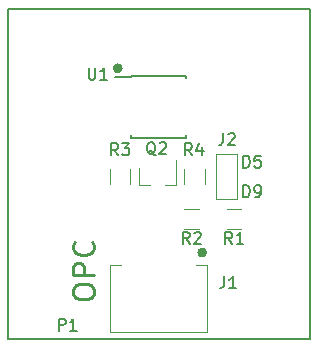
<source format=gbr>
G04 #@! TF.FileFunction,Legend,Top*
%FSLAX46Y46*%
G04 Gerber Fmt 4.6, Leading zero omitted, Abs format (unit mm)*
G04 Created by KiCad (PCBNEW 4.0.6) date 12/07/19 11:03:23*
%MOMM*%
%LPD*%
G01*
G04 APERTURE LIST*
%ADD10C,0.100000*%
%ADD11C,0.150000*%
%ADD12C,0.450000*%
%ADD13C,0.250000*%
%ADD14C,0.120000*%
G04 APERTURE END LIST*
D10*
D11*
X158572905Y-78677381D02*
X158572905Y-77677381D01*
X158811000Y-77677381D01*
X158953858Y-77725000D01*
X159049096Y-77820238D01*
X159096715Y-77915476D01*
X159144334Y-78105952D01*
X159144334Y-78248810D01*
X159096715Y-78439286D01*
X159049096Y-78534524D01*
X158953858Y-78629762D01*
X158811000Y-78677381D01*
X158572905Y-78677381D01*
X159620524Y-78677381D02*
X159811000Y-78677381D01*
X159906239Y-78629762D01*
X159953858Y-78582143D01*
X160049096Y-78439286D01*
X160096715Y-78248810D01*
X160096715Y-77867857D01*
X160049096Y-77772619D01*
X160001477Y-77725000D01*
X159906239Y-77677381D01*
X159715762Y-77677381D01*
X159620524Y-77725000D01*
X159572905Y-77772619D01*
X159525286Y-77867857D01*
X159525286Y-78105952D01*
X159572905Y-78201190D01*
X159620524Y-78248810D01*
X159715762Y-78296429D01*
X159906239Y-78296429D01*
X160001477Y-78248810D01*
X160049096Y-78201190D01*
X160096715Y-78105952D01*
X158572905Y-76177381D02*
X158572905Y-75177381D01*
X158811000Y-75177381D01*
X158953858Y-75225000D01*
X159049096Y-75320238D01*
X159096715Y-75415476D01*
X159144334Y-75605952D01*
X159144334Y-75748810D01*
X159096715Y-75939286D01*
X159049096Y-76034524D01*
X158953858Y-76129762D01*
X158811000Y-76177381D01*
X158572905Y-76177381D01*
X160049096Y-75177381D02*
X159572905Y-75177381D01*
X159525286Y-75653571D01*
X159572905Y-75605952D01*
X159668143Y-75558333D01*
X159906239Y-75558333D01*
X160001477Y-75605952D01*
X160049096Y-75653571D01*
X160096715Y-75748810D01*
X160096715Y-75986905D01*
X160049096Y-76082143D01*
X160001477Y-76129762D01*
X159906239Y-76177381D01*
X159668143Y-76177381D01*
X159572905Y-76129762D01*
X159525286Y-76082143D01*
D12*
X155323132Y-83375000D02*
G75*
G03X155323132Y-83375000I-212132J0D01*
G01*
X148173132Y-67775000D02*
G75*
G03X148173132Y-67775000I-212132J0D01*
G01*
D13*
X144175286Y-86846428D02*
X144175286Y-86503571D01*
X144261000Y-86332143D01*
X144432429Y-86160714D01*
X144775286Y-86075000D01*
X145375286Y-86075000D01*
X145718143Y-86160714D01*
X145889571Y-86332143D01*
X145975286Y-86503571D01*
X145975286Y-86846428D01*
X145889571Y-87017857D01*
X145718143Y-87189286D01*
X145375286Y-87275000D01*
X144775286Y-87275000D01*
X144432429Y-87189286D01*
X144261000Y-87017857D01*
X144175286Y-86846428D01*
X145975286Y-85303572D02*
X144175286Y-85303572D01*
X144175286Y-84617857D01*
X144261000Y-84446429D01*
X144346714Y-84360714D01*
X144518143Y-84275000D01*
X144775286Y-84275000D01*
X144946714Y-84360714D01*
X145032429Y-84446429D01*
X145118143Y-84617857D01*
X145118143Y-85303572D01*
X145803857Y-82475000D02*
X145889571Y-82560714D01*
X145975286Y-82817857D01*
X145975286Y-82989286D01*
X145889571Y-83246429D01*
X145718143Y-83417857D01*
X145546714Y-83503572D01*
X145203857Y-83589286D01*
X144946714Y-83589286D01*
X144603857Y-83503572D01*
X144432429Y-83417857D01*
X144261000Y-83246429D01*
X144175286Y-82989286D01*
X144175286Y-82817857D01*
X144261000Y-82560714D01*
X144346714Y-82475000D01*
D11*
X164241000Y-62745000D02*
X138711000Y-62745000D01*
X164241000Y-90675000D02*
X164241000Y-62745000D01*
X138711000Y-90675000D02*
X164241000Y-90675000D01*
X138711000Y-62745000D02*
X138711000Y-90675000D01*
D14*
X156321000Y-75015000D02*
X156321000Y-78835000D01*
X156321000Y-78835000D02*
X158101000Y-78835000D01*
X158101000Y-78835000D02*
X158101000Y-75015000D01*
X156321000Y-75015000D02*
X158101000Y-75015000D01*
X149731000Y-77685000D02*
X150661000Y-77685000D01*
X152891000Y-77685000D02*
X151961000Y-77685000D01*
X152891000Y-77685000D02*
X152891000Y-75525000D01*
X149731000Y-77685000D02*
X149731000Y-76225000D01*
X157211000Y-79645000D02*
X158411000Y-79645000D01*
X158411000Y-81405000D02*
X157211000Y-81405000D01*
X153611000Y-79645000D02*
X154811000Y-79645000D01*
X154811000Y-81405000D02*
X153611000Y-81405000D01*
X149041000Y-76325000D02*
X149041000Y-77525000D01*
X147281000Y-77525000D02*
X147281000Y-76325000D01*
X153581000Y-77525000D02*
X153581000Y-76325000D01*
X155341000Y-76325000D02*
X155341000Y-77525000D01*
D11*
X149086000Y-68400000D02*
X149086000Y-68525000D01*
X153736000Y-68400000D02*
X153736000Y-68625000D01*
X153736000Y-73650000D02*
X153736000Y-73425000D01*
X149086000Y-73650000D02*
X149086000Y-73425000D01*
X149086000Y-68400000D02*
X153736000Y-68400000D01*
X149086000Y-73650000D02*
X153736000Y-73650000D01*
X149086000Y-68525000D02*
X147736000Y-68525000D01*
D14*
X147341000Y-90065000D02*
X147301000Y-90065000D01*
X147301000Y-90065000D02*
X147291000Y-90065000D01*
X147291000Y-90065000D02*
X147291000Y-84565000D01*
X155531000Y-85635000D02*
X155531000Y-90045000D01*
X155531000Y-90045000D02*
X155531000Y-90065000D01*
X155531000Y-90065000D02*
X147341000Y-90065000D01*
X154571000Y-84425000D02*
X155531000Y-84425000D01*
X155531000Y-84425000D02*
X155531000Y-85635000D01*
X148251000Y-84425000D02*
X147291000Y-84425000D01*
X147291000Y-84425000D02*
X147291000Y-85635000D01*
D11*
X142972905Y-89977381D02*
X142972905Y-88977381D01*
X143353858Y-88977381D01*
X143449096Y-89025000D01*
X143496715Y-89072619D01*
X143544334Y-89167857D01*
X143544334Y-89310714D01*
X143496715Y-89405952D01*
X143449096Y-89453571D01*
X143353858Y-89501190D01*
X142972905Y-89501190D01*
X144496715Y-89977381D02*
X143925286Y-89977381D01*
X144211000Y-89977381D02*
X144211000Y-88977381D01*
X144115762Y-89120238D01*
X144020524Y-89215476D01*
X143925286Y-89263095D01*
X156877667Y-73277381D02*
X156877667Y-73991667D01*
X156830047Y-74134524D01*
X156734809Y-74229762D01*
X156591952Y-74277381D01*
X156496714Y-74277381D01*
X157306238Y-73372619D02*
X157353857Y-73325000D01*
X157449095Y-73277381D01*
X157687191Y-73277381D01*
X157782429Y-73325000D01*
X157830048Y-73372619D01*
X157877667Y-73467857D01*
X157877667Y-73563095D01*
X157830048Y-73705952D01*
X157258619Y-74277381D01*
X157877667Y-74277381D01*
X151165762Y-75122619D02*
X151070524Y-75075000D01*
X150975286Y-74979762D01*
X150832429Y-74836905D01*
X150737190Y-74789286D01*
X150641952Y-74789286D01*
X150689571Y-75027381D02*
X150594333Y-74979762D01*
X150499095Y-74884524D01*
X150451476Y-74694048D01*
X150451476Y-74360714D01*
X150499095Y-74170238D01*
X150594333Y-74075000D01*
X150689571Y-74027381D01*
X150880048Y-74027381D01*
X150975286Y-74075000D01*
X151070524Y-74170238D01*
X151118143Y-74360714D01*
X151118143Y-74694048D01*
X151070524Y-74884524D01*
X150975286Y-74979762D01*
X150880048Y-75027381D01*
X150689571Y-75027381D01*
X151499095Y-74122619D02*
X151546714Y-74075000D01*
X151641952Y-74027381D01*
X151880048Y-74027381D01*
X151975286Y-74075000D01*
X152022905Y-74122619D01*
X152070524Y-74217857D01*
X152070524Y-74313095D01*
X152022905Y-74455952D01*
X151451476Y-75027381D01*
X152070524Y-75027381D01*
X157644334Y-82627381D02*
X157311000Y-82151190D01*
X157072905Y-82627381D02*
X157072905Y-81627381D01*
X157453858Y-81627381D01*
X157549096Y-81675000D01*
X157596715Y-81722619D01*
X157644334Y-81817857D01*
X157644334Y-81960714D01*
X157596715Y-82055952D01*
X157549096Y-82103571D01*
X157453858Y-82151190D01*
X157072905Y-82151190D01*
X158596715Y-82627381D02*
X158025286Y-82627381D01*
X158311000Y-82627381D02*
X158311000Y-81627381D01*
X158215762Y-81770238D01*
X158120524Y-81865476D01*
X158025286Y-81913095D01*
X154044334Y-82627381D02*
X153711000Y-82151190D01*
X153472905Y-82627381D02*
X153472905Y-81627381D01*
X153853858Y-81627381D01*
X153949096Y-81675000D01*
X153996715Y-81722619D01*
X154044334Y-81817857D01*
X154044334Y-81960714D01*
X153996715Y-82055952D01*
X153949096Y-82103571D01*
X153853858Y-82151190D01*
X153472905Y-82151190D01*
X154425286Y-81722619D02*
X154472905Y-81675000D01*
X154568143Y-81627381D01*
X154806239Y-81627381D01*
X154901477Y-81675000D01*
X154949096Y-81722619D01*
X154996715Y-81817857D01*
X154996715Y-81913095D01*
X154949096Y-82055952D01*
X154377667Y-82627381D01*
X154996715Y-82627381D01*
X147994334Y-75127381D02*
X147661000Y-74651190D01*
X147422905Y-75127381D02*
X147422905Y-74127381D01*
X147803858Y-74127381D01*
X147899096Y-74175000D01*
X147946715Y-74222619D01*
X147994334Y-74317857D01*
X147994334Y-74460714D01*
X147946715Y-74555952D01*
X147899096Y-74603571D01*
X147803858Y-74651190D01*
X147422905Y-74651190D01*
X148327667Y-74127381D02*
X148946715Y-74127381D01*
X148613381Y-74508333D01*
X148756239Y-74508333D01*
X148851477Y-74555952D01*
X148899096Y-74603571D01*
X148946715Y-74698810D01*
X148946715Y-74936905D01*
X148899096Y-75032143D01*
X148851477Y-75079762D01*
X148756239Y-75127381D01*
X148470524Y-75127381D01*
X148375286Y-75079762D01*
X148327667Y-75032143D01*
X154244334Y-75127381D02*
X153911000Y-74651190D01*
X153672905Y-75127381D02*
X153672905Y-74127381D01*
X154053858Y-74127381D01*
X154149096Y-74175000D01*
X154196715Y-74222619D01*
X154244334Y-74317857D01*
X154244334Y-74460714D01*
X154196715Y-74555952D01*
X154149096Y-74603571D01*
X154053858Y-74651190D01*
X153672905Y-74651190D01*
X155101477Y-74460714D02*
X155101477Y-75127381D01*
X154863381Y-74079762D02*
X154625286Y-74794048D01*
X155244334Y-74794048D01*
X145499095Y-67727381D02*
X145499095Y-68536905D01*
X145546714Y-68632143D01*
X145594333Y-68679762D01*
X145689571Y-68727381D01*
X145880048Y-68727381D01*
X145975286Y-68679762D01*
X146022905Y-68632143D01*
X146070524Y-68536905D01*
X146070524Y-67727381D01*
X147070524Y-68727381D02*
X146499095Y-68727381D01*
X146784809Y-68727381D02*
X146784809Y-67727381D01*
X146689571Y-67870238D01*
X146594333Y-67965476D01*
X146499095Y-68013095D01*
X156977667Y-85377381D02*
X156977667Y-86091667D01*
X156930047Y-86234524D01*
X156834809Y-86329762D01*
X156691952Y-86377381D01*
X156596714Y-86377381D01*
X157977667Y-86377381D02*
X157406238Y-86377381D01*
X157691952Y-86377381D02*
X157691952Y-85377381D01*
X157596714Y-85520238D01*
X157501476Y-85615476D01*
X157406238Y-85663095D01*
M02*

</source>
